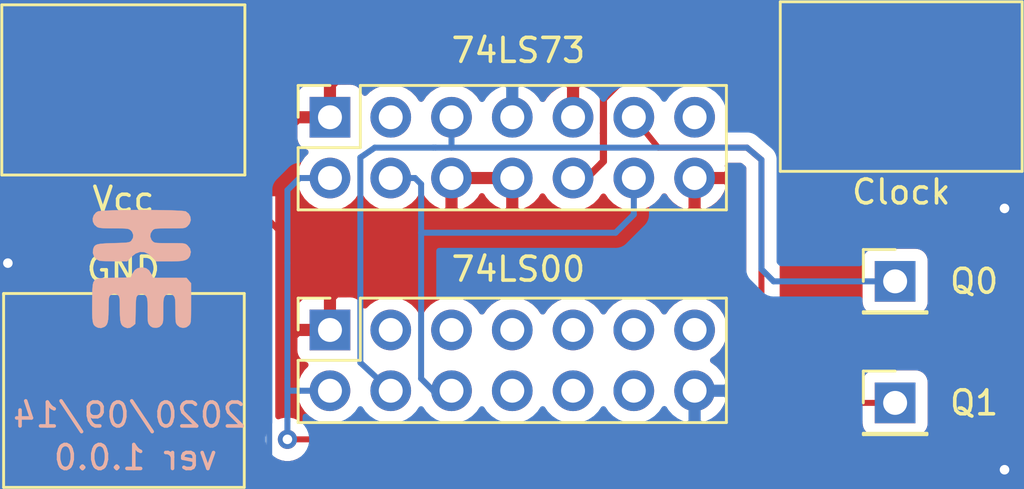
<source format=kicad_pcb>
(kicad_pcb (version 20171130) (host pcbnew 5.1.6)

  (general
    (thickness 1.6)
    (drawings 6)
    (tracks 87)
    (zones 0)
    (modules 8)
    (nets 9)
  )

  (page A4)
  (layers
    (0 F.Cu signal hide)
    (31 B.Cu signal hide)
    (32 B.Adhes user)
    (33 F.Adhes user)
    (34 B.Paste user)
    (35 F.Paste user)
    (36 B.SilkS user)
    (37 F.SilkS user)
    (38 B.Mask user)
    (39 F.Mask user)
    (40 Dwgs.User user)
    (41 Cmts.User user)
    (42 Eco1.User user)
    (43 Eco2.User user)
    (44 Edge.Cuts user)
    (45 Margin user)
    (46 B.CrtYd user)
    (47 F.CrtYd user)
    (48 B.Fab user)
    (49 F.Fab user)
  )

  (setup
    (last_trace_width 0.25)
    (trace_clearance 0.2)
    (zone_clearance 0.508)
    (zone_45_only no)
    (trace_min 0.2)
    (via_size 0.8)
    (via_drill 0.4)
    (via_min_size 0.4)
    (via_min_drill 0.3)
    (uvia_size 0.3)
    (uvia_drill 0.1)
    (uvias_allowed no)
    (uvia_min_size 0.2)
    (uvia_min_drill 0.1)
    (edge_width 0.05)
    (segment_width 0.2)
    (pcb_text_width 0.3)
    (pcb_text_size 1.5 1.5)
    (mod_edge_width 0.12)
    (mod_text_size 1 1)
    (mod_text_width 0.15)
    (pad_size 1.524 1.524)
    (pad_drill 0.762)
    (pad_to_mask_clearance 0.05)
    (aux_axis_origin 0 0)
    (visible_elements FFFFFF7F)
    (pcbplotparams
      (layerselection 0x010fc_ffffffff)
      (usegerberextensions false)
      (usegerberattributes true)
      (usegerberadvancedattributes true)
      (creategerberjobfile true)
      (excludeedgelayer true)
      (linewidth 0.100000)
      (plotframeref false)
      (viasonmask false)
      (mode 1)
      (useauxorigin false)
      (hpglpennumber 1)
      (hpglpenspeed 20)
      (hpglpendiameter 15.000000)
      (psnegative false)
      (psa4output false)
      (plotreference true)
      (plotvalue true)
      (plotinvisibletext false)
      (padsonsilk false)
      (subtractmaskfromsilk false)
      (outputformat 1)
      (mirror false)
      (drillshape 1)
      (scaleselection 1)
      (outputdirectory ""))
  )

  (net 0 "")
  (net 1 VCC)
  (net 2 GND)
  (net 3 CK)
  (net 4 "Net-(J3-Pad1)")
  (net 5 "Net-(J4-Pad1)")
  (net 6 "Net-(U1-Pad2)")
  (net 7 "Net-(U1-Pad8)")
  (net 8 "Net-(U1-Pad13)")

  (net_class Default "This is the default net class."
    (clearance 0.2)
    (trace_width 0.25)
    (via_dia 0.8)
    (via_drill 0.4)
    (uvia_dia 0.3)
    (uvia_drill 0.1)
    (add_net CK)
    (add_net GND)
    (add_net "Net-(J3-Pad1)")
    (add_net "Net-(J4-Pad1)")
    (add_net "Net-(U1-Pad13)")
    (add_net "Net-(U1-Pad2)")
    (add_net "Net-(U1-Pad8)")
    (add_net VCC)
  )

  (module myFootprint:cit_logo (layer F.Cu) (tedit 5F5F050C) (tstamp 5F5FFB3C)
    (at 56.642 135.128)
    (fp_text reference G*** (at 0 0) (layer F.SilkS) hide
      (effects (font (size 1.524 1.524) (thickness 0.3)))
    )
    (fp_text value LOGO (at 0.75 0) (layer F.SilkS) hide
      (effects (font (size 1.524 1.524) (thickness 0.3)))
    )
    (fp_poly (pts (xy 0.185087 -0.042522) (xy 0.312408 0.048239) (xy 0.407017 0.203014) (xy 0.41278 0.217035)
      (xy 0.471127 0.362857) (xy 1.880406 0.362857) (xy 1.974346 0.474498) (xy 2.068286 0.58614)
      (xy 2.068286 1.415904) (xy 2.068101 1.681963) (xy 2.066934 1.885294) (xy 2.063867 2.035738)
      (xy 2.057981 2.143136) (xy 2.048357 2.217332) (xy 2.034077 2.268167) (xy 2.014223 2.305483)
      (xy 1.987875 2.339123) (xy 1.981423 2.346652) (xy 1.867121 2.429569) (xy 1.731842 2.454445)
      (xy 1.598177 2.421281) (xy 1.502006 2.346652) (xy 1.467809 2.303176) (xy 1.443999 2.256873)
      (xy 1.428703 2.194363) (xy 1.420047 2.10227) (xy 1.416157 1.967216) (xy 1.41516 1.775824)
      (xy 1.415143 1.726442) (xy 1.414249 1.518894) (xy 1.410484 1.370617) (xy 1.402223 1.26832)
      (xy 1.387839 1.198715) (xy 1.365707 1.148511) (xy 1.339938 1.111608) (xy 1.239302 1.031544)
      (xy 1.127025 1.018301) (xy 1.01978 1.071878) (xy 0.982348 1.111608) (xy 0.952451 1.155786)
      (xy 0.931668 1.208201) (xy 0.918373 1.282142) (xy 0.91094 1.390901) (xy 0.907743 1.547767)
      (xy 0.907143 1.726442) (xy 0.906521 1.931579) (xy 0.903405 2.077526) (xy 0.895923 2.177658)
      (xy 0.8822 2.245355) (xy 0.860363 2.293993) (xy 0.828538 2.336949) (xy 0.82028 2.346652)
      (xy 0.741739 2.4167) (xy 0.647585 2.444695) (xy 0.580572 2.447636) (xy 0.464157 2.435554)
      (xy 0.381962 2.389256) (xy 0.340863 2.346652) (xy 0.306666 2.303176) (xy 0.282856 2.256873)
      (xy 0.26756 2.194363) (xy 0.258904 2.10227) (xy 0.255014 1.967216) (xy 0.254017 1.775824)
      (xy 0.254 1.726442) (xy 0.253106 1.518894) (xy 0.249342 1.370617) (xy 0.24108 1.26832)
      (xy 0.226696 1.198715) (xy 0.204564 1.148511) (xy 0.178795 1.111608) (xy 0.080155 1.032858)
      (xy -0.032248 1.024149) (xy -0.150194 1.085284) (xy -0.182737 1.114852) (xy -0.206117 1.150501)
      (xy -0.222171 1.204216) (xy -0.232739 1.287982) (xy -0.23966 1.413784) (xy -0.244773 1.593605)
      (xy -0.247467 1.719194) (xy -0.259077 2.283821) (xy -0.368179 2.375625) (xy -0.482996 2.449483)
      (xy -0.593381 2.46163) (xy -0.708585 2.424079) (xy -0.780973 2.380979) (xy -0.833832 2.320185)
      (xy -0.870019 2.230852) (xy -0.892393 2.102137) (xy -0.903813 1.923199) (xy -0.907138 1.683194)
      (xy -0.907143 1.670945) (xy -0.908025 1.466222) (xy -0.911737 1.321217) (xy -0.919881 1.22309)
      (xy -0.934056 1.158998) (xy -0.955862 1.116099) (xy -0.979714 1.088571) (xy -1.066158 1.033674)
      (xy -1.143 1.016) (xy -1.236859 1.041237) (xy -1.306286 1.088571) (xy -1.335975 1.124798)
      (xy -1.356317 1.172441) (xy -1.369038 1.244768) (xy -1.375868 1.355044) (xy -1.378536 1.516535)
      (xy -1.378857 1.645585) (xy -1.382404 1.895285) (xy -1.394701 2.083079) (xy -1.41823 2.219365)
      (xy -1.455475 2.314538) (xy -1.508919 2.378994) (xy -1.562418 2.414103) (xy -1.692918 2.460651)
      (xy -1.811947 2.448515) (xy -1.890919 2.413013) (xy -1.94653 2.376975) (xy -1.989465 2.330752)
      (xy -2.021155 2.265399) (xy -2.043033 2.171966) (xy -2.056531 2.041509) (xy -2.063082 1.865078)
      (xy -2.064119 1.633727) (xy -2.061223 1.349282) (xy -2.058512 1.059855) (xy -2.054399 0.834575)
      (xy -2.041493 0.665265) (xy -2.012406 0.54375) (xy -1.959747 0.461852) (xy -1.876127 0.411395)
      (xy -1.754156 0.384203) (xy -1.586443 0.372098) (xy -1.3656 0.366904) (xy -1.169723 0.362857)
      (xy -0.454404 0.344714) (xy -0.379538 0.186555) (xy -0.286142 0.041996) (xy -0.165269 -0.040601)
      (xy -0.002123 -0.070732) (xy 0.022321 -0.071286) (xy 0.185087 -0.042522)) (layer B.SilkS) (width 0.01))
    (fp_poly (pts (xy 0.302321 -2.473675) (xy 0.617953 -2.471136) (xy 0.916606 -2.466696) (xy 1.18936 -2.46035)
      (xy 1.427297 -2.452098) (xy 1.621498 -2.441936) (xy 1.763042 -2.429863) (xy 1.843012 -2.415875)
      (xy 1.851759 -2.412386) (xy 1.974201 -2.313389) (xy 2.041681 -2.182699) (xy 2.052239 -2.038199)
      (xy 2.003913 -1.89777) (xy 1.919125 -1.79833) (xy 1.877298 -1.764875) (xy 1.835548 -1.740603)
      (xy 1.782073 -1.724041) (xy 1.70507 -1.713716) (xy 1.592738 -1.708155) (xy 1.433274 -1.705884)
      (xy 1.214877 -1.705431) (xy 1.174853 -1.705428) (xy 0.946241 -1.705116) (xy 0.778734 -1.703238)
      (xy 0.660868 -1.69838) (xy 0.581175 -1.689132) (xy 0.52819 -1.674079) (xy 0.490448 -1.651809)
      (xy 0.456482 -1.620911) (xy 0.451922 -1.616364) (xy 0.376885 -1.495077) (xy 0.363511 -1.357812)
      (xy 0.4118 -1.226857) (xy 0.451922 -1.177636) (xy 0.486223 -1.145558) (xy 0.522865 -1.122285)
      (xy 0.573313 -1.106406) (xy 0.649034 -1.096508) (xy 0.761492 -1.091178) (xy 0.922155 -1.089004)
      (xy 1.142488 -1.088573) (xy 1.174853 -1.088571) (xy 1.403476 -1.088268) (xy 1.571331 -1.086377)
      (xy 1.690218 -1.081424) (xy 1.77194 -1.071937) (xy 1.8283 -1.056442) (xy 1.871098 -1.033466)
      (xy 1.912138 -1.001535) (xy 1.919125 -0.99567) (xy 2.021147 -0.868439) (xy 2.057481 -0.721233)
      (xy 2.025211 -0.567794) (xy 2.014659 -0.545835) (xy 1.965086 -0.469587) (xy 1.899258 -0.412809)
      (xy 1.806738 -0.372831) (xy 1.677089 -0.346978) (xy 1.499871 -0.332579) (xy 1.264648 -0.32696)
      (xy 1.158374 -0.326571) (xy 0.608989 -0.326571) (xy 0.458709 -0.488317) (xy 0.284469 -0.638327)
      (xy 0.108129 -0.715816) (xy -0.069946 -0.720792) (xy -0.249395 -0.653263) (xy -0.429853 -0.513238)
      (xy -0.475212 -0.466767) (xy -0.605709 -0.326571) (xy -1.146497 -0.330781) (xy -1.342679 -0.333414)
      (xy -1.517341 -0.337816) (xy -1.655547 -0.343457) (xy -1.742363 -0.349807) (xy -1.759857 -0.352546)
      (xy -1.88727 -0.417628) (xy -1.982225 -0.531254) (xy -2.032663 -0.67232) (xy -2.02662 -0.81938)
      (xy -2.000854 -0.90123) (xy -1.96651 -0.963243) (xy -1.913797 -1.00852) (xy -1.832923 -1.040162)
      (xy -1.714094 -1.061268) (xy -1.547519 -1.07494) (xy -1.323405 -1.084279) (xy -1.176465 -1.088571)
      (xy -0.939976 -1.095478) (xy -0.765027 -1.102427) (xy -0.640599 -1.110876) (xy -0.555675 -1.122286)
      (xy -0.499236 -1.138113) (xy -0.460265 -1.159819) (xy -0.429049 -1.187551) (xy -0.358778 -1.304093)
      (xy -0.348485 -1.4367) (xy -0.397135 -1.562147) (xy -0.448337 -1.619417) (xy -0.488456 -1.651241)
      (xy -0.531278 -1.674064) (xy -0.588934 -1.689378) (xy -0.673553 -1.698676) (xy -0.797266 -1.703454)
      (xy -0.972203 -1.705204) (xy -1.146825 -1.705429) (xy -1.389589 -1.707053) (xy -1.57061 -1.712487)
      (xy -1.700652 -1.722566) (xy -1.790483 -1.738128) (xy -1.850869 -1.760012) (xy -1.851297 -1.760233)
      (xy -1.96811 -1.855763) (xy -2.031175 -1.981798) (xy -2.041048 -2.1207) (xy -1.998285 -2.25483)
      (xy -1.903443 -2.366552) (xy -1.830763 -2.411358) (xy -1.763682 -2.425823) (xy -1.633307 -2.438409)
      (xy -1.448558 -2.449113) (xy -1.218354 -2.457932) (xy -0.951614 -2.464865) (xy -0.657257 -2.469907)
      (xy -0.344203 -2.473058) (xy -0.02137 -2.474315) (xy 0.302321 -2.473675)) (layer B.SilkS) (width 0.01))
  )

  (module Connector_Pin:Pin_D1.4mm_L8.5mm_W2.8mm_FlatFork (layer F.Cu) (tedit 5F5EF433) (tstamp 5F5FD79E)
    (at 88.392 127.508)
    (descr "solder Pin_ with flat with fork, hole diameter 1.4mm, length 8.5mm, width 2.8mm, e.g. Ettinger 13.13.890, https://katalog.ettinger.de/#p=434")
    (tags "solder Pin_ with flat fork")
    (path /5F75DF30)
    (fp_text reference Clock (at 0 4.3942) (layer F.SilkS)
      (effects (font (size 1 1) (thickness 0.15)))
    )
    (fp_text value Conn_01x01_Male (at -1.778 -2.54) (layer F.Fab)
      (effects (font (size 1 1) (thickness 0.15)))
    )
    (fp_text user %R (at 0 4.3942) (layer F.Fab)
      (effects (font (size 1 1) (thickness 0.15)))
    )
    (fp_line (start -5.0546 -3.556) (end -5.0546 3.5306) (layer F.SilkS) (width 0.12))
    (fp_line (start -5.0546 3.5306) (end 5.0546 3.5306) (layer F.SilkS) (width 0.12))
    (fp_line (start 5.0546 3.5306) (end 5.0546 -3.556) (layer F.SilkS) (width 0.12))
    (fp_line (start 5.0546 -3.556) (end -5.0546 -3.556) (layer F.SilkS) (width 0.12))
    (pad 1 connect rect (at 0 0) (size 10 7) (layers F.Cu F.Mask)
      (net 3 CK))
    (model ${KISYS3DMOD}/Connector_Pin.3dshapes/Pin_D1.4mm_L8.5mm_W2.8mm_FlatFork.wrl
      (at (xyz 0 0 0))
      (scale (xyz 1 1 1))
      (rotate (xyz 0 0 0))
    )
  )

  (module Connector_Pin:Pin_D1.4mm_L8.5mm_W2.8mm_FlatFork (layer F.Cu) (tedit 5F5EF175) (tstamp 5F5FD7C0)
    (at 55.88 140.208)
    (descr "solder Pin_ with flat with fork, hole diameter 1.4mm, length 8.5mm, width 2.8mm, e.g. Ettinger 13.13.890, https://katalog.ettinger.de/#p=434")
    (tags "solder Pin_ with flat fork")
    (path /5F8BA1CD)
    (fp_text reference GND (at 0 -5.08) (layer F.SilkS)
      (effects (font (size 1 1) (thickness 0.15)))
    )
    (fp_text value Conn_01x01_Male (at 1.778 -4.826) (layer F.Fab)
      (effects (font (size 1 1) (thickness 0.15)))
    )
    (fp_text user %R (at 0 -5.08) (layer F.Fab)
      (effects (font (size 1 1) (thickness 0.15)))
    )
    (fp_line (start -5.0038 -4.0132) (end -5.0038 4.0386) (layer F.SilkS) (width 0.12))
    (fp_line (start -5.0038 4.0386) (end 5.0546 4.0386) (layer F.SilkS) (width 0.12))
    (fp_line (start 5.0546 4.0386) (end 5.0546 -4.064) (layer F.SilkS) (width 0.12))
    (fp_line (start 5.0546 -4.064) (end -5.0038 -4.064) (layer F.SilkS) (width 0.12))
    (fp_line (start -5.0038 -4.064) (end -5.0038 -4.0132) (layer F.SilkS) (width 0.12))
    (pad 1 connect rect (at 0 0) (size 10 8) (layers F.Cu F.Mask)
      (net 2 GND))
    (model ${KISYS3DMOD}/Connector_Pin.3dshapes/Pin_D1.4mm_L8.5mm_W2.8mm_FlatFork.wrl
      (at (xyz 0 0 0))
      (scale (xyz 1 1 1))
      (rotate (xyz 0 0 0))
    )
  )

  (module Connector_Pin:Pin_D1.4mm_L8.5mm_W2.8mm_FlatFork (layer F.Cu) (tedit 5F5EF0D0) (tstamp 5F5FD79D)
    (at 55.88 127.508)
    (descr "solder Pin_ with flat with fork, hole diameter 1.4mm, length 8.5mm, width 2.8mm, e.g. Ettinger 13.13.890, https://katalog.ettinger.de/#p=434")
    (tags "solder Pin_ with flat fork")
    (path /5F8B9F46)
    (fp_text reference Vcc (at 0 4.699) (layer F.SilkS)
      (effects (font (size 1 1) (thickness 0.15)))
    )
    (fp_text value Conn_01x01_Male (at 1.778 4.826) (layer F.Fab)
      (effects (font (size 1 1) (thickness 0.15)))
    )
    (fp_text user %R (at 0 4.699) (layer F.Fab)
      (effects (font (size 1 1) (thickness 0.15)))
    )
    (fp_line (start -5.08 -3.429) (end 5.08 -3.429) (layer F.SilkS) (width 0.12))
    (fp_line (start 5.08 -3.429) (end 5.08 3.683) (layer F.SilkS) (width 0.12))
    (fp_line (start -5.08 -3.429) (end -5.08 3.683) (layer F.SilkS) (width 0.12))
    (fp_line (start -5.08 3.683) (end 5.08 3.683) (layer F.SilkS) (width 0.12))
    (pad 1 connect rect (at 0 0.127) (size 10 7) (layers F.Cu F.Mask)
      (net 1 VCC))
    (model ${KISYS3DMOD}/Connector_Pin.3dshapes/Pin_D1.4mm_L8.5mm_W2.8mm_FlatFork.wrl
      (at (xyz 0 0 0))
      (scale (xyz 1 1 1))
      (rotate (xyz 0 0 0))
    )
  )

  (module Connector_PinSocket_2.54mm:PinSocket_2x07_P2.54mm_Vertical (layer F.Cu) (tedit 5F5EE6F9) (tstamp 5F5FEE6F)
    (at 64.516 137.668 90)
    (descr "Through hole straight socket strip, 2x07, 2.54mm pitch, double cols (from Kicad 4.0.7), script generated")
    (tags "Through hole socket strip THT 2x07 2.54mm double row")
    (path /5F7F2A3E)
    (fp_text reference 74LS00 (at 2.54 7.874 180) (layer F.SilkS)
      (effects (font (size 1 1) (thickness 0.15)))
    )
    (fp_text value 74LS00 (at -1.27 18.01 90) (layer F.Fab)
      (effects (font (size 1 1) (thickness 0.15)))
    )
    (fp_line (start -4.34 17) (end -4.34 -1.8) (layer F.CrtYd) (width 0.05))
    (fp_line (start 1.76 17) (end -4.34 17) (layer F.CrtYd) (width 0.05))
    (fp_line (start 1.76 -1.8) (end 1.76 17) (layer F.CrtYd) (width 0.05))
    (fp_line (start -4.34 -1.8) (end 1.76 -1.8) (layer F.CrtYd) (width 0.05))
    (fp_line (start 0 -1.33) (end 1.33 -1.33) (layer F.SilkS) (width 0.12))
    (fp_line (start 1.33 -1.33) (end 1.33 0) (layer F.SilkS) (width 0.12))
    (fp_line (start -1.27 -1.33) (end -1.27 1.27) (layer F.SilkS) (width 0.12))
    (fp_line (start -1.27 1.27) (end 1.33 1.27) (layer F.SilkS) (width 0.12))
    (fp_line (start 1.33 1.27) (end 1.33 16.57) (layer F.SilkS) (width 0.12))
    (fp_line (start -3.87 16.57) (end 1.33 16.57) (layer F.SilkS) (width 0.12))
    (fp_line (start -3.87 -1.33) (end -3.87 16.57) (layer F.SilkS) (width 0.12))
    (fp_line (start -3.87 -1.33) (end -1.27 -1.33) (layer F.SilkS) (width 0.12))
    (fp_line (start -3.81 16.51) (end -3.81 -1.27) (layer F.Fab) (width 0.1))
    (fp_line (start 1.27 16.51) (end -3.81 16.51) (layer F.Fab) (width 0.1))
    (fp_line (start 1.27 -0.27) (end 1.27 16.51) (layer F.Fab) (width 0.1))
    (fp_line (start 0.27 -1.27) (end 1.27 -0.27) (layer F.Fab) (width 0.1))
    (fp_line (start -3.81 -1.27) (end 0.27 -1.27) (layer F.Fab) (width 0.1))
    (fp_text user %R (at -1.27 7.62) (layer F.Fab)
      (effects (font (size 1 1) (thickness 0.15)))
    )
    (pad 7 thru_hole oval (at -2.54 15.24 90) (size 1.7 1.7) (drill 1) (layers *.Cu *.Mask)
      (net 2 GND))
    (pad 8 thru_hole oval (at 0 15.24 90) (size 1.7 1.7) (drill 1) (layers *.Cu *.Mask))
    (pad 6 thru_hole oval (at -2.54 12.7 90) (size 1.7 1.7) (drill 1) (layers *.Cu *.Mask))
    (pad 9 thru_hole oval (at 0 12.7 90) (size 1.7 1.7) (drill 1) (layers *.Cu *.Mask))
    (pad 5 thru_hole oval (at -2.54 10.16 90) (size 1.7 1.7) (drill 1) (layers *.Cu *.Mask))
    (pad 10 thru_hole oval (at 0 10.16 90) (size 1.7 1.7) (drill 1) (layers *.Cu *.Mask))
    (pad 4 thru_hole oval (at -2.54 7.62 90) (size 1.7 1.7) (drill 1) (layers *.Cu *.Mask))
    (pad 11 thru_hole oval (at 0 7.62 90) (size 1.7 1.7) (drill 1) (layers *.Cu *.Mask))
    (pad 3 thru_hole oval (at -2.54 5.08 90) (size 1.7 1.7) (drill 1) (layers *.Cu *.Mask)
      (net 6 "Net-(U1-Pad2)"))
    (pad 12 thru_hole oval (at 0 5.08 90) (size 1.7 1.7) (drill 1) (layers *.Cu *.Mask))
    (pad 2 thru_hole oval (at -2.54 2.54 90) (size 1.7 1.7) (drill 1) (layers *.Cu *.Mask)
      (net 5 "Net-(J4-Pad1)"))
    (pad 13 thru_hole oval (at 0 2.54 90) (size 1.7 1.7) (drill 1) (layers *.Cu *.Mask))
    (pad 1 thru_hole oval (at -2.54 0 90) (size 1.7 1.7) (drill 1) (layers *.Cu *.Mask)
      (net 4 "Net-(J3-Pad1)"))
    (pad 14 thru_hole rect (at 0 0 90) (size 1.7 1.7) (drill 1) (layers *.Cu *.Mask)
      (net 1 VCC))
    (model ${KISYS3DMOD}/Connector_PinSocket_2.54mm.3dshapes/PinSocket_2x07_P2.54mm_Vertical.wrl
      (at (xyz 0 0 0))
      (scale (xyz 1 1 1))
      (rotate (xyz 0 0 0))
    )
  )

  (module Connector_PinSocket_2.54mm:PinSocket_2x07_P2.54mm_Vertical (layer F.Cu) (tedit 5F5EE6BB) (tstamp 5F5FF79A)
    (at 64.516 128.778 90)
    (descr "Through hole straight socket strip, 2x07, 2.54mm pitch, double cols (from Kicad 4.0.7), script generated")
    (tags "Through hole socket strip THT 2x07 2.54mm double row")
    (path /5F60DCD7)
    (fp_text reference 74LS73 (at 2.794 7.874 180) (layer F.SilkS)
      (effects (font (size 1 1) (thickness 0.15)))
    )
    (fp_text value 74LS73 (at -1.27 18.01 90) (layer F.Fab)
      (effects (font (size 1 1) (thickness 0.15)))
    )
    (fp_line (start -3.81 -1.27) (end 0.27 -1.27) (layer F.Fab) (width 0.1))
    (fp_line (start 0.27 -1.27) (end 1.27 -0.27) (layer F.Fab) (width 0.1))
    (fp_line (start 1.27 -0.27) (end 1.27 16.51) (layer F.Fab) (width 0.1))
    (fp_line (start 1.27 16.51) (end -3.81 16.51) (layer F.Fab) (width 0.1))
    (fp_line (start -3.81 16.51) (end -3.81 -1.27) (layer F.Fab) (width 0.1))
    (fp_line (start -3.87 -1.33) (end -1.27 -1.33) (layer F.SilkS) (width 0.12))
    (fp_line (start -3.87 -1.33) (end -3.87 16.57) (layer F.SilkS) (width 0.12))
    (fp_line (start -3.87 16.57) (end 1.33 16.57) (layer F.SilkS) (width 0.12))
    (fp_line (start 1.33 1.27) (end 1.33 16.57) (layer F.SilkS) (width 0.12))
    (fp_line (start -1.27 1.27) (end 1.33 1.27) (layer F.SilkS) (width 0.12))
    (fp_line (start -1.27 -1.33) (end -1.27 1.27) (layer F.SilkS) (width 0.12))
    (fp_line (start 1.33 -1.33) (end 1.33 0) (layer F.SilkS) (width 0.12))
    (fp_line (start 0 -1.33) (end 1.33 -1.33) (layer F.SilkS) (width 0.12))
    (fp_line (start -4.34 -1.8) (end 1.76 -1.8) (layer F.CrtYd) (width 0.05))
    (fp_line (start 1.76 -1.8) (end 1.76 17) (layer F.CrtYd) (width 0.05))
    (fp_line (start 1.76 17) (end -4.34 17) (layer F.CrtYd) (width 0.05))
    (fp_line (start -4.34 17) (end -4.34 -1.8) (layer F.CrtYd) (width 0.05))
    (fp_text user %R (at -1.27 7.62) (layer F.Fab)
      (effects (font (size 1 1) (thickness 0.15)))
    )
    (pad 14 thru_hole rect (at 0 0 90) (size 1.7 1.7) (drill 1) (layers *.Cu *.Mask)
      (net 1 VCC))
    (pad 1 thru_hole oval (at -2.54 0 90) (size 1.7 1.7) (drill 1) (layers *.Cu *.Mask)
      (net 4 "Net-(J3-Pad1)"))
    (pad 13 thru_hole oval (at 0 2.54 90) (size 1.7 1.7) (drill 1) (layers *.Cu *.Mask)
      (net 8 "Net-(U1-Pad13)"))
    (pad 2 thru_hole oval (at -2.54 2.54 90) (size 1.7 1.7) (drill 1) (layers *.Cu *.Mask)
      (net 6 "Net-(U1-Pad2)"))
    (pad 12 thru_hole oval (at 0 5.08 90) (size 1.7 1.7) (drill 1) (layers *.Cu *.Mask)
      (net 5 "Net-(J4-Pad1)"))
    (pad 3 thru_hole oval (at -2.54 5.08 90) (size 1.7 1.7) (drill 1) (layers *.Cu *.Mask)
      (net 1 VCC))
    (pad 11 thru_hole oval (at 0 7.62 90) (size 1.7 1.7) (drill 1) (layers *.Cu *.Mask)
      (net 2 GND))
    (pad 4 thru_hole oval (at -2.54 7.62 90) (size 1.7 1.7) (drill 1) (layers *.Cu *.Mask)
      (net 1 VCC))
    (pad 10 thru_hole oval (at 0 10.16 90) (size 1.7 1.7) (drill 1) (layers *.Cu *.Mask)
      (net 1 VCC))
    (pad 5 thru_hole oval (at -2.54 10.16 90) (size 1.7 1.7) (drill 1) (layers *.Cu *.Mask)
      (net 3 CK))
    (pad 9 thru_hole oval (at 0 12.7 90) (size 1.7 1.7) (drill 1) (layers *.Cu *.Mask)
      (net 4 "Net-(J3-Pad1)"))
    (pad 6 thru_hole oval (at -2.54 12.7 90) (size 1.7 1.7) (drill 1) (layers *.Cu *.Mask)
      (net 6 "Net-(U1-Pad2)"))
    (pad 8 thru_hole oval (at 0 15.24 90) (size 1.7 1.7) (drill 1) (layers *.Cu *.Mask)
      (net 7 "Net-(U1-Pad8)"))
    (pad 7 thru_hole oval (at -2.54 15.24 90) (size 1.7 1.7) (drill 1) (layers *.Cu *.Mask)
      (net 1 VCC))
    (model ${KISYS3DMOD}/Connector_PinSocket_2.54mm.3dshapes/PinSocket_2x07_P2.54mm_Vertical.wrl
      (at (xyz 0 0 0))
      (scale (xyz 1 1 1))
      (rotate (xyz 0 0 0))
    )
  )

  (module Connector_PinHeader_2.54mm:PinHeader_1x01_P2.54mm_Vertical (layer F.Cu) (tedit 59FED5CC) (tstamp 5F5FC856)
    (at 88.138 140.716)
    (descr "Through hole straight pin header, 1x01, 2.54mm pitch, single row")
    (tags "Through hole pin header THT 1x01 2.54mm single row")
    (path /5F89873A)
    (fp_text reference Q1 (at 3.302 0) (layer F.SilkS)
      (effects (font (size 1 1) (thickness 0.15)))
    )
    (fp_text value Conn_01x01_Male (at -4.064 2.54) (layer F.Fab)
      (effects (font (size 1 1) (thickness 0.15)))
    )
    (fp_line (start 1.8 -1.8) (end -1.8 -1.8) (layer F.CrtYd) (width 0.05))
    (fp_line (start 1.8 1.8) (end 1.8 -1.8) (layer F.CrtYd) (width 0.05))
    (fp_line (start -1.8 1.8) (end 1.8 1.8) (layer F.CrtYd) (width 0.05))
    (fp_line (start -1.8 -1.8) (end -1.8 1.8) (layer F.CrtYd) (width 0.05))
    (fp_line (start -1.33 -1.33) (end 0 -1.33) (layer F.SilkS) (width 0.12))
    (fp_line (start -1.33 0) (end -1.33 -1.33) (layer F.SilkS) (width 0.12))
    (fp_line (start -1.33 1.27) (end 1.33 1.27) (layer F.SilkS) (width 0.12))
    (fp_line (start 1.33 1.27) (end 1.33 1.33) (layer F.SilkS) (width 0.12))
    (fp_line (start -1.33 1.27) (end -1.33 1.33) (layer F.SilkS) (width 0.12))
    (fp_line (start -1.33 1.33) (end 1.33 1.33) (layer F.SilkS) (width 0.12))
    (fp_line (start -1.27 -0.635) (end -0.635 -1.27) (layer F.Fab) (width 0.1))
    (fp_line (start -1.27 1.27) (end -1.27 -0.635) (layer F.Fab) (width 0.1))
    (fp_line (start 1.27 1.27) (end -1.27 1.27) (layer F.Fab) (width 0.1))
    (fp_line (start 1.27 -1.27) (end 1.27 1.27) (layer F.Fab) (width 0.1))
    (fp_line (start -0.635 -1.27) (end 1.27 -1.27) (layer F.Fab) (width 0.1))
    (fp_text user %R (at 0 0 90) (layer F.Fab)
      (effects (font (size 1 1) (thickness 0.15)))
    )
    (pad 1 thru_hole rect (at 0 0) (size 1.7 1.7) (drill 1) (layers *.Cu *.Mask)
      (net 4 "Net-(J3-Pad1)"))
    (model ${KISYS3DMOD}/Connector_PinHeader_2.54mm.3dshapes/PinHeader_1x01_P2.54mm_Vertical.wrl
      (at (xyz 0 0 0))
      (scale (xyz 1 1 1))
      (rotate (xyz 0 0 0))
    )
  )

  (module Connector_PinHeader_2.54mm:PinHeader_1x01_P2.54mm_Vertical (layer F.Cu) (tedit 59FED5CC) (tstamp 5F5FE897)
    (at 88.138 135.636)
    (descr "Through hole straight pin header, 1x01, 2.54mm pitch, single row")
    (tags "Through hole pin header THT 1x01 2.54mm single row")
    (path /5F89D92E)
    (fp_text reference Q0 (at 3.302 0) (layer F.SilkS)
      (effects (font (size 1 1) (thickness 0.15)))
    )
    (fp_text value Conn_01x01_Male (at -4.064 2.33) (layer F.Fab)
      (effects (font (size 1 1) (thickness 0.15)))
    )
    (fp_line (start -0.635 -1.27) (end 1.27 -1.27) (layer F.Fab) (width 0.1))
    (fp_line (start 1.27 -1.27) (end 1.27 1.27) (layer F.Fab) (width 0.1))
    (fp_line (start 1.27 1.27) (end -1.27 1.27) (layer F.Fab) (width 0.1))
    (fp_line (start -1.27 1.27) (end -1.27 -0.635) (layer F.Fab) (width 0.1))
    (fp_line (start -1.27 -0.635) (end -0.635 -1.27) (layer F.Fab) (width 0.1))
    (fp_line (start -1.33 1.33) (end 1.33 1.33) (layer F.SilkS) (width 0.12))
    (fp_line (start -1.33 1.27) (end -1.33 1.33) (layer F.SilkS) (width 0.12))
    (fp_line (start 1.33 1.27) (end 1.33 1.33) (layer F.SilkS) (width 0.12))
    (fp_line (start -1.33 1.27) (end 1.33 1.27) (layer F.SilkS) (width 0.12))
    (fp_line (start -1.33 0) (end -1.33 -1.33) (layer F.SilkS) (width 0.12))
    (fp_line (start -1.33 -1.33) (end 0 -1.33) (layer F.SilkS) (width 0.12))
    (fp_line (start -1.8 -1.8) (end -1.8 1.8) (layer F.CrtYd) (width 0.05))
    (fp_line (start -1.8 1.8) (end 1.8 1.8) (layer F.CrtYd) (width 0.05))
    (fp_line (start 1.8 1.8) (end 1.8 -1.8) (layer F.CrtYd) (width 0.05))
    (fp_line (start 1.8 -1.8) (end -1.8 -1.8) (layer F.CrtYd) (width 0.05))
    (fp_text user %R (at 0 0 90) (layer F.Fab)
      (effects (font (size 1 1) (thickness 0.15)))
    )
    (pad 1 thru_hole rect (at 0 0) (size 1.7 1.7) (drill 1) (layers *.Cu *.Mask)
      (net 5 "Net-(J4-Pad1)"))
    (model ${KISYS3DMOD}/Connector_PinHeader_2.54mm.3dshapes/PinHeader_1x01_P2.54mm_Vertical.wrl
      (at (xyz 0 0 0))
      (scale (xyz 1 1 1))
      (rotate (xyz 0 0 0))
    )
  )

  (gr_text 2020/09/14 (at 56.134 141.224) (layer B.SilkS)
    (effects (font (size 1 1) (thickness 0.15)) (justify mirror))
  )
  (gr_text "ver 1.0.0" (at 56.388 143.002) (layer B.SilkS)
    (effects (font (size 1 1) (thickness 0.15)) (justify mirror))
  )
  (gr_line (start 50.8 144.272) (end 50.8 123.952) (layer Dwgs.User) (width 0.15) (tstamp 5F5FEA5B))
  (gr_line (start 93.472 144.272) (end 50.8 144.272) (layer Dwgs.User) (width 0.15))
  (gr_line (start 93.472 123.952) (end 93.472 144.272) (layer Dwgs.User) (width 0.15))
  (gr_line (start 50.8 123.952) (end 93.472 123.952) (layer Dwgs.User) (width 0.15))

  (segment (start 61.976 126.238) (end 62.738 125.476) (width 0.25) (layer F.Cu) (net 1))
  (segment (start 61.976 127.254) (end 61.976 126.238) (width 0.25) (layer F.Cu) (net 1))
  (segment (start 55.88 127.635) (end 61.595 127.635) (width 1.5) (layer F.Cu) (net 1))
  (segment (start 64.516 128.778) (end 64.516 125.476) (width 0.25) (layer F.Cu) (net 1))
  (segment (start 62.738 125.476) (end 64.516 125.476) (width 0.25) (layer F.Cu) (net 1))
  (segment (start 61.976 133.096) (end 61.976 127.254) (width 0.25) (layer F.Cu) (net 1))
  (segment (start 62.484 133.604) (end 61.976 133.096) (width 0.25) (layer F.Cu) (net 1))
  (segment (start 69.596 131.318) (end 69.596 132.842) (width 0.25) (layer F.Cu) (net 1))
  (segment (start 64.516 133.604) (end 64.516 137.668) (width 0.25) (layer F.Cu) (net 1))
  (segment (start 64.516 133.604) (end 62.484 133.604) (width 0.25) (layer F.Cu) (net 1))
  (segment (start 79.756 133.096) (end 79.756 131.318) (width 0.25) (layer F.Cu) (net 1))
  (segment (start 79.248 133.604) (end 79.756 133.096) (width 0.25) (layer F.Cu) (net 1))
  (segment (start 69.596 132.842) (end 69.596 133.604) (width 0.25) (layer F.Cu) (net 1))
  (segment (start 64.516 133.604) (end 69.596 133.604) (width 0.25) (layer F.Cu) (net 1))
  (segment (start 72.136 131.318) (end 72.136 133.604) (width 0.25) (layer F.Cu) (net 1))
  (segment (start 72.136 133.604) (end 79.248 133.604) (width 0.25) (layer F.Cu) (net 1))
  (segment (start 69.596 133.604) (end 72.136 133.604) (width 0.25) (layer F.Cu) (net 1))
  (segment (start 64.516 125.476) (end 74.168 125.476) (width 0.25) (layer F.Cu) (net 1))
  (segment (start 74.676 125.984) (end 74.676 128.778) (width 0.25) (layer F.Cu) (net 1))
  (segment (start 74.168 125.476) (end 74.676 125.984) (width 0.25) (layer F.Cu) (net 1))
  (segment (start 61.595 127.635) (end 61.976 127.635) (width 0.25) (layer F.Cu) (net 1))
  (segment (start 79.756 142.24) (end 79.756 140.208) (width 0.25) (layer B.Cu) (net 2))
  (segment (start 72.136 126.238) (end 72.136 128.778) (width 0.25) (layer B.Cu) (net 2))
  (segment (start 71.374 125.476) (end 72.136 126.238) (width 0.25) (layer B.Cu) (net 2))
  (segment (start 62.738 125.476) (end 71.374 125.476) (width 0.25) (layer B.Cu) (net 2))
  (segment (start 61.976 126.238) (end 62.738 125.476) (width 0.25) (layer B.Cu) (net 2))
  (segment (start 61.976 126.238) (end 61.976 143.51) (width 0.25) (layer B.Cu) (net 2))
  (segment (start 55.88 140.208) (end 55.88 142.494) (width 0.25) (layer B.Cu) (net 2))
  (segment (start 56.896 143.51) (end 61.976 143.51) (width 0.25) (layer B.Cu) (net 2))
  (segment (start 55.88 142.494) (end 56.896 143.51) (width 0.25) (layer B.Cu) (net 2))
  (segment (start 61.976 143.51) (end 78.994 143.51) (width 0.25) (layer B.Cu) (net 2))
  (segment (start 79.756 142.748) (end 79.756 142.24) (width 0.25) (layer B.Cu) (net 2))
  (segment (start 78.994 143.51) (end 79.756 142.748) (width 0.25) (layer B.Cu) (net 2))
  (via (at 92.71 143.51) (size 0.8) (drill 0.4) (layers F.Cu B.Cu) (net 2))
  (via (at 92.71 132.588) (size 0.8) (drill 0.4) (layers F.Cu B.Cu) (net 2))
  (via (at 51.054 134.874) (size 0.8) (drill 0.4) (layers F.Cu B.Cu) (net 2))
  (segment (start 75.248002 131.318) (end 74.676 131.318) (width 0.25) (layer F.Cu) (net 3))
  (segment (start 75.851001 130.715001) (end 75.248002 131.318) (width 0.3) (layer F.Cu) (net 3))
  (segment (start 88.392 127.508) (end 88.138 127.254) (width 0.25) (layer F.Cu) (net 3))
  (segment (start 75.946 128.016) (end 75.946 129.445001) (width 0.3) (layer F.Cu) (net 3))
  (segment (start 76.708 127.254) (end 75.946 128.016) (width 0.3) (layer F.Cu) (net 3))
  (segment (start 88.138 127.254) (end 76.708 127.254) (width 0.3) (layer F.Cu) (net 3))
  (segment (start 75.946 130.620002) (end 75.851001 130.715001) (width 0.3) (layer F.Cu) (net 3))
  (segment (start 75.946 129.445001) (end 75.946 130.620002) (width 0.3) (layer F.Cu) (net 3))
  (segment (start 64.516 140.208) (end 63.246 140.208) (width 0.25) (layer B.Cu) (net 4))
  (segment (start 62.738 139.7) (end 62.738 134.874) (width 0.25) (layer B.Cu) (net 4))
  (segment (start 63.246 131.318) (end 64.516 131.318) (width 0.25) (layer B.Cu) (net 4))
  (segment (start 62.738 131.826) (end 63.246 131.318) (width 0.25) (layer B.Cu) (net 4))
  (segment (start 83.058 140.716) (end 88.138 140.716) (width 0.25) (layer F.Cu) (net 4))
  (segment (start 82.55 130.556) (end 82.55 140.208) (width 0.25) (layer F.Cu) (net 4))
  (segment (start 81.947001 130.048) (end 82.55 130.556) (width 0.25) (layer F.Cu) (net 4))
  (segment (start 78.232 130.048) (end 81.947001 130.048) (width 0.25) (layer F.Cu) (net 4))
  (segment (start 77.216 128.778) (end 78.232 130.048) (width 0.25) (layer F.Cu) (net 4))
  (segment (start 62.738 134.874) (end 62.738 131.826) (width 0.25) (layer B.Cu) (net 4) (tstamp 5F5FF0D3))
  (segment (start 63.246 140.208) (end 62.738 140.208) (width 0.25) (layer B.Cu) (net 4))
  (segment (start 62.738 140.208) (end 62.738 141.478) (width 0.25) (layer B.Cu) (net 4))
  (segment (start 62.738 139.7) (end 62.738 140.208) (width 0.25) (layer B.Cu) (net 4))
  (segment (start 62.738 141.478) (end 62.738 142.24) (width 0.25) (layer B.Cu) (net 4))
  (segment (start 62.738 142.24) (end 62.738 142.24) (width 0.25) (layer B.Cu) (net 4) (tstamp 5F5FF0E1))
  (via (at 62.738 142.24) (size 0.8) (drill 0.4) (layers F.Cu B.Cu) (net 4))
  (segment (start 62.738 142.24) (end 81.788 142.24) (width 0.25) (layer F.Cu) (net 4))
  (segment (start 81.788 142.24) (end 82.55 141.478) (width 0.25) (layer F.Cu) (net 4))
  (segment (start 83.058 140.716) (end 82.55 140.716) (width 0.25) (layer F.Cu) (net 4))
  (segment (start 82.55 140.716) (end 82.55 140.208) (width 0.25) (layer F.Cu) (net 4))
  (segment (start 82.55 141.478) (end 82.55 140.716) (width 0.25) (layer F.Cu) (net 4))
  (segment (start 69.596 129.350002) (end 69.596 128.778) (width 0.25) (layer B.Cu) (net 5))
  (segment (start 66.388999 130.048) (end 68.834 130.048) (width 0.25) (layer B.Cu) (net 5))
  (segment (start 65.786 130.461001) (end 66.388999 130.048) (width 0.25) (layer B.Cu) (net 5))
  (segment (start 65.786 139.032999) (end 65.786 130.461001) (width 0.25) (layer B.Cu) (net 5))
  (segment (start 67.056 140.208) (end 65.786 139.032999) (width 0.25) (layer B.Cu) (net 5))
  (segment (start 68.928999 130.048) (end 68.834 130.048) (width 0.25) (layer B.Cu) (net 5))
  (segment (start 82.55 130.556) (end 81.947001 130.048) (width 0.25) (layer B.Cu) (net 5))
  (segment (start 82.55 135.128) (end 82.55 130.556) (width 0.25) (layer B.Cu) (net 5))
  (segment (start 83.058 135.636) (end 82.55 135.128) (width 0.25) (layer B.Cu) (net 5))
  (segment (start 88.138 135.636) (end 83.058 135.636) (width 0.25) (layer B.Cu) (net 5))
  (segment (start 69.596 128.778) (end 69.596 130.048) (width 0.25) (layer B.Cu) (net 5))
  (segment (start 69.596 130.048) (end 68.928999 130.048) (width 0.25) (layer B.Cu) (net 5))
  (segment (start 81.947001 130.048) (end 69.596 130.048) (width 0.25) (layer B.Cu) (net 5))
  (segment (start 69.596 140.208) (end 68.834 140.208) (width 0.25) (layer B.Cu) (net 6))
  (segment (start 68.834 140.208) (end 68.326 139.7) (width 0.25) (layer B.Cu) (net 6))
  (segment (start 68.072 131.318) (end 67.056 131.318) (width 0.25) (layer B.Cu) (net 6))
  (segment (start 68.326 131.572) (end 68.072 131.318) (width 0.25) (layer B.Cu) (net 6))
  (segment (start 77.216 131.318) (end 77.216 132.842) (width 0.25) (layer B.Cu) (net 6))
  (segment (start 76.454 133.604) (end 68.326 133.604) (width 0.25) (layer B.Cu) (net 6))
  (segment (start 77.216 132.842) (end 76.454 133.604) (width 0.25) (layer B.Cu) (net 6))
  (segment (start 68.326 133.604) (end 68.326 131.572) (width 0.25) (layer B.Cu) (net 6))
  (segment (start 68.326 139.7) (end 68.326 133.604) (width 0.25) (layer B.Cu) (net 6))

  (zone (net 2) (net_name GND) (layer F.Cu) (tstamp 0) (hatch edge 0.508)
    (connect_pads (clearance 0.508))
    (min_thickness 0.254)
    (fill yes (arc_segments 32) (thermal_gap 0.508) (thermal_bridge_width 0.508))
    (polygon
      (pts
        (xy 93.726 144.526) (xy 50.546 144.526) (xy 50.546 123.698) (xy 93.726 123.698)
      )
    )
    (filled_polygon
      (pts
        (xy 93.599 144.399) (xy 61.485634 144.399) (xy 61.505812 144.332482) (xy 61.518072 144.208) (xy 61.515 140.49375)
        (xy 61.35625 140.335) (xy 56.007 140.335) (xy 56.007 140.355) (xy 55.753 140.355) (xy 55.753 140.335)
        (xy 55.733 140.335) (xy 55.733 140.081) (xy 55.753 140.081) (xy 55.753 135.73175) (xy 56.007 135.73175)
        (xy 56.007 140.081) (xy 61.35625 140.081) (xy 61.515 139.92225) (xy 61.518072 136.208) (xy 61.505812 136.083518)
        (xy 61.469502 135.96382) (xy 61.410537 135.853506) (xy 61.331185 135.756815) (xy 61.234494 135.677463) (xy 61.12418 135.618498)
        (xy 61.004482 135.582188) (xy 60.88 135.569928) (xy 56.16575 135.573) (xy 56.007 135.73175) (xy 55.753 135.73175)
        (xy 55.59425 135.573) (xy 50.88 135.569928) (xy 50.755518 135.582188) (xy 50.673 135.60722) (xy 50.673 132.77782)
        (xy 61.216 132.720521) (xy 61.216 133.058677) (xy 61.212324 133.096) (xy 61.216 133.133322) (xy 61.216 133.133332)
        (xy 61.226997 133.244985) (xy 61.247251 133.311753) (xy 61.270454 133.388246) (xy 61.341026 133.520276) (xy 61.379099 133.566667)
        (xy 61.435999 133.636001) (xy 61.465002 133.659803) (xy 61.595 133.789801) (xy 61.595 142.494) (xy 61.608778 142.625561)
        (xy 61.646381 142.744228) (xy 61.706412 142.853278) (xy 61.786564 142.948522) (xy 61.883758 143.026298) (xy 61.994257 143.083619)
        (xy 62.113815 143.11828) (xy 62.200674 143.125754) (xy 62.247744 143.157205) (xy 62.436102 143.235226) (xy 62.636061 143.275)
        (xy 62.839939 143.275) (xy 63.039898 143.235226) (xy 63.228256 143.157205) (xy 63.28998 143.115963) (xy 72.682951 143)
        (xy 81.750678 143) (xy 81.788 143.003676) (xy 81.825322 143) (xy 81.825333 143) (xy 81.936986 142.989003)
        (xy 82.080247 142.945546) (xy 82.198143 142.882528) (xy 82.811839 142.874952) (xy 82.927882 142.862799) (xy 83.047004 142.826664)
        (xy 83.156787 142.767983) (xy 83.253013 142.689013) (xy 83.331983 142.592787) (xy 83.390664 142.483004) (xy 83.426799 142.363882)
        (xy 83.439 142.24) (xy 83.439 141.476) (xy 86.649928 141.476) (xy 86.649928 141.566) (xy 86.662188 141.690482)
        (xy 86.698498 141.81018) (xy 86.757463 141.920494) (xy 86.836815 142.017185) (xy 86.933506 142.096537) (xy 87.04382 142.155502)
        (xy 87.163518 142.191812) (xy 87.288 142.204072) (xy 88.988 142.204072) (xy 89.112482 142.191812) (xy 89.23218 142.155502)
        (xy 89.342494 142.096537) (xy 89.439185 142.017185) (xy 89.518537 141.920494) (xy 89.577502 141.81018) (xy 89.613812 141.690482)
        (xy 89.626072 141.566) (xy 89.626072 139.866) (xy 89.613812 139.741518) (xy 89.577502 139.62182) (xy 89.518537 139.511506)
        (xy 89.439185 139.414815) (xy 89.342494 139.335463) (xy 89.23218 139.276498) (xy 89.112482 139.240188) (xy 88.988 139.227928)
        (xy 87.288 139.227928) (xy 87.163518 139.240188) (xy 87.04382 139.276498) (xy 86.933506 139.335463) (xy 86.836815 139.414815)
        (xy 86.757463 139.511506) (xy 86.698498 139.62182) (xy 86.662188 139.741518) (xy 86.649928 139.866) (xy 86.649928 139.956)
        (xy 83.439 139.956) (xy 83.439 134.786) (xy 86.649928 134.786) (xy 86.649928 136.486) (xy 86.662188 136.610482)
        (xy 86.698498 136.73018) (xy 86.757463 136.840494) (xy 86.836815 136.937185) (xy 86.933506 137.016537) (xy 87.04382 137.075502)
        (xy 87.163518 137.111812) (xy 87.288 137.124072) (xy 88.988 137.124072) (xy 89.112482 137.111812) (xy 89.23218 137.075502)
        (xy 89.342494 137.016537) (xy 89.439185 136.937185) (xy 89.518537 136.840494) (xy 89.577502 136.73018) (xy 89.613812 136.610482)
        (xy 89.626072 136.486) (xy 89.626072 134.786) (xy 89.613812 134.661518) (xy 89.577502 134.54182) (xy 89.518537 134.431506)
        (xy 89.439185 134.334815) (xy 89.342494 134.255463) (xy 89.23218 134.196498) (xy 89.112482 134.160188) (xy 88.988 134.147928)
        (xy 87.288 134.147928) (xy 87.163518 134.160188) (xy 87.04382 134.196498) (xy 86.933506 134.255463) (xy 86.836815 134.334815)
        (xy 86.757463 134.431506) (xy 86.698498 134.54182) (xy 86.662188 134.661518) (xy 86.649928 134.786) (xy 83.439 134.786)
        (xy 83.439 131.646072) (xy 93.392 131.646072) (xy 93.516482 131.633812) (xy 93.599 131.60878)
      )
    )
  )
  (zone (net 1) (net_name VCC) (layer F.Cu) (tstamp 0) (hatch edge 0.508)
    (priority 1)
    (connect_pads (clearance 0.508))
    (min_thickness 0.254)
    (fill yes (arc_segments 32) (thermal_gap 0.508) (thermal_bridge_width 0.508))
    (polygon
      (pts
        (xy 82.804 134.62) (xy 82.804 142.24) (xy 62.23 142.494) (xy 62.23 132.08) (xy 50.546 132.1435)
        (xy 50.546 123.698) (xy 82.804 123.698)
      )
    )
    (filled_polygon
      (pts
        (xy 82.677 126.469) (xy 76.746556 126.469) (xy 76.708 126.465203) (xy 76.669444 126.469) (xy 76.669439 126.469)
        (xy 76.629026 126.47298) (xy 76.554113 126.480358) (xy 76.40614 126.525246) (xy 76.269767 126.598138) (xy 76.150236 126.696236)
        (xy 76.125653 126.72619) (xy 75.41819 127.433653) (xy 75.388236 127.458236) (xy 75.37521 127.474108) (xy 75.180099 127.381175)
        (xy 75.03289 127.336524) (xy 74.803 127.457845) (xy 74.803 128.651) (xy 74.823 128.651) (xy 74.823 128.905)
        (xy 74.803 128.905) (xy 74.803 128.925) (xy 74.549 128.925) (xy 74.549 128.905) (xy 74.529 128.905)
        (xy 74.529 128.651) (xy 74.549 128.651) (xy 74.549 127.457845) (xy 74.31911 127.336524) (xy 74.171901 127.381175)
        (xy 73.90908 127.506359) (xy 73.675731 127.680412) (xy 73.480822 127.896645) (xy 73.411195 128.013534) (xy 73.289475 127.831368)
        (xy 73.082632 127.624525) (xy 72.839411 127.46201) (xy 72.569158 127.350068) (xy 72.28226 127.293) (xy 71.98974 127.293)
        (xy 71.702842 127.350068) (xy 71.432589 127.46201) (xy 71.189368 127.624525) (xy 70.982525 127.831368) (xy 70.866 128.00576)
        (xy 70.749475 127.831368) (xy 70.542632 127.624525) (xy 70.299411 127.46201) (xy 70.029158 127.350068) (xy 69.74226 127.293)
        (xy 69.44974 127.293) (xy 69.162842 127.350068) (xy 68.892589 127.46201) (xy 68.649368 127.624525) (xy 68.442525 127.831368)
        (xy 68.326 128.00576) (xy 68.209475 127.831368) (xy 68.002632 127.624525) (xy 67.759411 127.46201) (xy 67.489158 127.350068)
        (xy 67.20226 127.293) (xy 66.90974 127.293) (xy 66.622842 127.350068) (xy 66.352589 127.46201) (xy 66.109368 127.624525)
        (xy 65.977513 127.75638) (xy 65.955502 127.68382) (xy 65.896537 127.573506) (xy 65.817185 127.476815) (xy 65.720494 127.397463)
        (xy 65.61018 127.338498) (xy 65.490482 127.302188) (xy 65.366 127.289928) (xy 64.80175 127.293) (xy 64.643 127.45175)
        (xy 64.643 128.651) (xy 64.663 128.651) (xy 64.663 128.905) (xy 64.643 128.905) (xy 64.643 128.925)
        (xy 64.389 128.925) (xy 64.389 128.905) (xy 63.18975 128.905) (xy 63.031 129.06375) (xy 63.027928 129.628)
        (xy 63.040188 129.752482) (xy 63.076498 129.87218) (xy 63.135463 129.982494) (xy 63.214815 130.079185) (xy 63.311506 130.158537)
        (xy 63.42182 130.217502) (xy 63.49438 130.239513) (xy 63.362525 130.371368) (xy 63.20001 130.614589) (xy 63.088068 130.884842)
        (xy 63.031 131.17174) (xy 63.031 131.46426) (xy 63.088068 131.751158) (xy 63.20001 132.021411) (xy 63.362525 132.264632)
        (xy 63.569368 132.471475) (xy 63.812589 132.63399) (xy 64.082842 132.745932) (xy 64.36974 132.803) (xy 64.66226 132.803)
        (xy 64.949158 132.745932) (xy 65.219411 132.63399) (xy 65.462632 132.471475) (xy 65.669475 132.264632) (xy 65.786 132.09024)
        (xy 65.902525 132.264632) (xy 66.109368 132.471475) (xy 66.352589 132.63399) (xy 66.622842 132.745932) (xy 66.90974 132.803)
        (xy 67.20226 132.803) (xy 67.489158 132.745932) (xy 67.759411 132.63399) (xy 68.002632 132.471475) (xy 68.209475 132.264632)
        (xy 68.331195 132.082466) (xy 68.400822 132.199355) (xy 68.595731 132.415588) (xy 68.82908 132.589641) (xy 69.091901 132.714825)
        (xy 69.23911 132.759476) (xy 69.469 132.638155) (xy 69.469 131.445) (xy 69.723 131.445) (xy 69.723 132.638155)
        (xy 69.95289 132.759476) (xy 70.100099 132.714825) (xy 70.36292 132.589641) (xy 70.596269 132.415588) (xy 70.791178 132.199355)
        (xy 70.866 132.073745) (xy 70.940822 132.199355) (xy 71.135731 132.415588) (xy 71.36908 132.589641) (xy 71.631901 132.714825)
        (xy 71.77911 132.759476) (xy 72.009 132.638155) (xy 72.009 131.445) (xy 69.723 131.445) (xy 69.469 131.445)
        (xy 69.449 131.445) (xy 69.449 131.191) (xy 69.469 131.191) (xy 69.469 131.171) (xy 69.723 131.171)
        (xy 69.723 131.191) (xy 72.009 131.191) (xy 72.009 131.171) (xy 72.263 131.171) (xy 72.263 131.191)
        (xy 72.283 131.191) (xy 72.283 131.445) (xy 72.263 131.445) (xy 72.263 132.638155) (xy 72.49289 132.759476)
        (xy 72.640099 132.714825) (xy 72.90292 132.589641) (xy 73.136269 132.415588) (xy 73.331178 132.199355) (xy 73.400805 132.082466)
        (xy 73.522525 132.264632) (xy 73.729368 132.471475) (xy 73.972589 132.63399) (xy 74.242842 132.745932) (xy 74.52974 132.803)
        (xy 74.82226 132.803) (xy 75.109158 132.745932) (xy 75.379411 132.63399) (xy 75.622632 132.471475) (xy 75.829475 132.264632)
        (xy 75.946 132.09024) (xy 76.062525 132.264632) (xy 76.269368 132.471475) (xy 76.512589 132.63399) (xy 76.782842 132.745932)
        (xy 77.06974 132.803) (xy 77.36226 132.803) (xy 77.649158 132.745932) (xy 77.919411 132.63399) (xy 78.162632 132.471475)
        (xy 78.369475 132.264632) (xy 78.491195 132.082466) (xy 78.560822 132.199355) (xy 78.755731 132.415588) (xy 78.98908 132.589641)
        (xy 79.251901 132.714825) (xy 79.39911 132.759476) (xy 79.629 132.638155) (xy 79.629 131.445) (xy 79.883 131.445)
        (xy 79.883 132.638155) (xy 80.11289 132.759476) (xy 80.260099 132.714825) (xy 80.52292 132.589641) (xy 80.756269 132.415588)
        (xy 80.951178 132.199355) (xy 81.100157 131.949252) (xy 81.197481 131.674891) (xy 81.076814 131.445) (xy 79.883 131.445)
        (xy 79.629 131.445) (xy 79.609 131.445) (xy 79.609 131.191) (xy 79.629 131.191) (xy 79.629 131.171)
        (xy 79.883 131.171) (xy 79.883 131.191) (xy 81.076814 131.191) (xy 81.197481 130.961109) (xy 81.143169 130.808)
        (xy 81.669538 130.808) (xy 81.79 130.909484) (xy 81.790001 140.170657) (xy 81.79 140.170667) (xy 81.79 140.678667)
        (xy 81.786323 140.716) (xy 81.79 140.753332) (xy 81.79 141.163198) (xy 81.473199 141.48) (xy 80.525247 141.48)
        (xy 80.702632 141.361475) (xy 80.909475 141.154632) (xy 81.07199 140.911411) (xy 81.183932 140.641158) (xy 81.241 140.35426)
        (xy 81.241 140.06174) (xy 81.183932 139.774842) (xy 81.07199 139.504589) (xy 80.909475 139.261368) (xy 80.702632 139.054525)
        (xy 80.52824 138.938) (xy 80.702632 138.821475) (xy 80.909475 138.614632) (xy 81.07199 138.371411) (xy 81.183932 138.101158)
        (xy 81.241 137.81426) (xy 81.241 137.52174) (xy 81.183932 137.234842) (xy 81.07199 136.964589) (xy 80.909475 136.721368)
        (xy 80.702632 136.514525) (xy 80.459411 136.35201) (xy 80.189158 136.240068) (xy 79.90226 136.183) (xy 79.60974 136.183)
        (xy 79.322842 136.240068) (xy 79.052589 136.35201) (xy 78.809368 136.514525) (xy 78.602525 136.721368) (xy 78.486 136.89576)
        (xy 78.369475 136.721368) (xy 78.162632 136.514525) (xy 77.919411 136.35201) (xy 77.649158 136.240068) (xy 77.36226 136.183)
        (xy 77.06974 136.183) (xy 76.782842 136.240068) (xy 76.512589 136.35201) (xy 76.269368 136.514525) (xy 76.062525 136.721368)
        (xy 75.946 136.89576) (xy 75.829475 136.721368) (xy 75.622632 136.514525) (xy 75.379411 136.35201) (xy 75.109158 136.240068)
        (xy 74.82226 136.183) (xy 74.52974 136.183) (xy 74.242842 136.240068) (xy 73.972589 136.35201) (xy 73.729368 136.514525)
        (xy 73.522525 136.721368) (xy 73.406 136.89576) (xy 73.289475 136.721368) (xy 73.082632 136.514525) (xy 72.839411 136.35201)
        (xy 72.569158 136.240068) (xy 72.28226 136.183) (xy 71.98974 136.183) (xy 71.702842 136.240068) (xy 71.432589 136.35201)
        (xy 71.189368 136.514525) (xy 70.982525 136.721368) (xy 70.866 136.89576) (xy 70.749475 136.721368) (xy 70.542632 136.514525)
        (xy 70.299411 136.35201) (xy 70.029158 136.240068) (xy 69.74226 136.183) (xy 69.44974 136.183) (xy 69.162842 136.240068)
        (xy 68.892589 136.35201) (xy 68.649368 136.514525) (xy 68.442525 136.721368) (xy 68.326 136.89576) (xy 68.209475 136.721368)
        (xy 68.002632 136.514525) (xy 67.759411 136.35201) (xy 67.489158 136.240068) (xy 67.20226 136.183) (xy 66.90974 136.183)
        (xy 66.622842 136.240068) (xy 66.352589 136.35201) (xy 66.109368 136.514525) (xy 65.977513 136.64638) (xy 65.955502 136.57382)
        (xy 65.896537 136.463506) (xy 65.817185 136.366815) (xy 65.720494 136.287463) (xy 65.61018 136.228498) (xy 65.490482 136.192188)
        (xy 65.366 136.179928) (xy 64.80175 136.183) (xy 64.643 136.34175) (xy 64.643 137.541) (xy 64.663 137.541)
        (xy 64.663 137.795) (xy 64.643 137.795) (xy 64.643 137.815) (xy 64.389 137.815) (xy 64.389 137.795)
        (xy 63.18975 137.795) (xy 63.031 137.95375) (xy 63.027928 138.518) (xy 63.040188 138.642482) (xy 63.076498 138.76218)
        (xy 63.135463 138.872494) (xy 63.214815 138.969185) (xy 63.311506 139.048537) (xy 63.42182 139.107502) (xy 63.49438 139.129513)
        (xy 63.362525 139.261368) (xy 63.20001 139.504589) (xy 63.088068 139.774842) (xy 63.031 140.06174) (xy 63.031 140.35426)
        (xy 63.088068 140.641158) (xy 63.20001 140.911411) (xy 63.362525 141.154632) (xy 63.569368 141.361475) (xy 63.746753 141.48)
        (xy 63.441711 141.48) (xy 63.397774 141.436063) (xy 63.228256 141.322795) (xy 63.039898 141.244774) (xy 62.839939 141.205)
        (xy 62.636061 141.205) (xy 62.436102 141.244774) (xy 62.357 141.277539) (xy 62.357 136.818) (xy 63.027928 136.818)
        (xy 63.031 137.38225) (xy 63.18975 137.541) (xy 64.389 137.541) (xy 64.389 136.34175) (xy 64.23025 136.183)
        (xy 63.666 136.179928) (xy 63.541518 136.192188) (xy 63.42182 136.228498) (xy 63.311506 136.287463) (xy 63.214815 136.366815)
        (xy 63.135463 136.463506) (xy 63.076498 136.57382) (xy 63.040188 136.693518) (xy 63.027928 136.818) (xy 62.357 136.818)
        (xy 62.357 132.08) (xy 62.35456 132.055224) (xy 62.347333 132.031399) (xy 62.335597 132.009443) (xy 62.319803 131.990197)
        (xy 62.300557 131.974403) (xy 62.278601 131.962667) (xy 62.254776 131.95544) (xy 62.22931 131.953002) (xy 50.673 132.015808)
        (xy 50.673 131.73578) (xy 50.755518 131.760812) (xy 50.88 131.773072) (xy 55.59425 131.77) (xy 55.753 131.61125)
        (xy 55.753 127.762) (xy 56.007 127.762) (xy 56.007 131.61125) (xy 56.16575 131.77) (xy 60.88 131.773072)
        (xy 61.004482 131.760812) (xy 61.12418 131.724502) (xy 61.234494 131.665537) (xy 61.331185 131.586185) (xy 61.410537 131.489494)
        (xy 61.469502 131.37918) (xy 61.505812 131.259482) (xy 61.518072 131.135) (xy 61.515007 127.928) (xy 63.027928 127.928)
        (xy 63.031 128.49225) (xy 63.18975 128.651) (xy 64.389 128.651) (xy 64.389 127.45175) (xy 64.23025 127.293)
        (xy 63.666 127.289928) (xy 63.541518 127.302188) (xy 63.42182 127.338498) (xy 63.311506 127.397463) (xy 63.214815 127.476815)
        (xy 63.135463 127.573506) (xy 63.076498 127.68382) (xy 63.040188 127.803518) (xy 63.027928 127.928) (xy 61.515007 127.928)
        (xy 61.515 127.92075) (xy 61.35625 127.762) (xy 56.007 127.762) (xy 55.753 127.762) (xy 55.733 127.762)
        (xy 55.733 127.508) (xy 55.753 127.508) (xy 55.753 127.488) (xy 56.007 127.488) (xy 56.007 127.508)
        (xy 61.35625 127.508) (xy 61.515 127.34925) (xy 61.518072 124.135) (xy 61.505812 124.010518) (xy 61.469502 123.89082)
        (xy 61.43432 123.825) (xy 82.677 123.825)
      )
    )
  )
  (zone (net 2) (net_name GND) (layer B.Cu) (tstamp 0) (hatch edge 0.508)
    (connect_pads (clearance 0.508))
    (min_thickness 0.254)
    (fill yes (arc_segments 32) (thermal_gap 0.508) (thermal_bridge_width 0.508))
    (polygon
      (pts
        (xy 93.726 144.526) (xy 50.546 144.526) (xy 50.546 123.698) (xy 93.726 123.698)
      )
    )
    (filled_polygon
      (pts
        (xy 93.599 144.399) (xy 50.673 144.399) (xy 50.673 142.138061) (xy 61.703 142.138061) (xy 61.703 142.341939)
        (xy 61.742774 142.541898) (xy 61.820795 142.730256) (xy 61.934063 142.899774) (xy 62.078226 143.043937) (xy 62.247744 143.157205)
        (xy 62.436102 143.235226) (xy 62.636061 143.275) (xy 62.839939 143.275) (xy 63.039898 143.235226) (xy 63.228256 143.157205)
        (xy 63.397774 143.043937) (xy 63.541937 142.899774) (xy 63.655205 142.730256) (xy 63.733226 142.541898) (xy 63.773 142.341939)
        (xy 63.773 142.138061) (xy 63.733226 141.938102) (xy 63.655205 141.749744) (xy 63.541937 141.580226) (xy 63.498 141.536289)
        (xy 63.498 141.290107) (xy 63.569368 141.361475) (xy 63.812589 141.52399) (xy 64.082842 141.635932) (xy 64.36974 141.693)
        (xy 64.66226 141.693) (xy 64.949158 141.635932) (xy 65.219411 141.52399) (xy 65.462632 141.361475) (xy 65.669475 141.154632)
        (xy 65.786 140.98024) (xy 65.902525 141.154632) (xy 66.109368 141.361475) (xy 66.352589 141.52399) (xy 66.622842 141.635932)
        (xy 66.90974 141.693) (xy 67.20226 141.693) (xy 67.489158 141.635932) (xy 67.759411 141.52399) (xy 68.002632 141.361475)
        (xy 68.209475 141.154632) (xy 68.326 140.98024) (xy 68.442525 141.154632) (xy 68.649368 141.361475) (xy 68.892589 141.52399)
        (xy 69.162842 141.635932) (xy 69.44974 141.693) (xy 69.74226 141.693) (xy 70.029158 141.635932) (xy 70.299411 141.52399)
        (xy 70.542632 141.361475) (xy 70.749475 141.154632) (xy 70.866 140.98024) (xy 70.982525 141.154632) (xy 71.189368 141.361475)
        (xy 71.432589 141.52399) (xy 71.702842 141.635932) (xy 71.98974 141.693) (xy 72.28226 141.693) (xy 72.569158 141.635932)
        (xy 72.839411 141.52399) (xy 73.082632 141.361475) (xy 73.289475 141.154632) (xy 73.406 140.98024) (xy 73.522525 141.154632)
        (xy 73.729368 141.361475) (xy 73.972589 141.52399) (xy 74.242842 141.635932) (xy 74.52974 141.693) (xy 74.82226 141.693)
        (xy 75.109158 141.635932) (xy 75.379411 141.52399) (xy 75.622632 141.361475) (xy 75.829475 141.154632) (xy 75.946 140.98024)
        (xy 76.062525 141.154632) (xy 76.269368 141.361475) (xy 76.512589 141.52399) (xy 76.782842 141.635932) (xy 77.06974 141.693)
        (xy 77.36226 141.693) (xy 77.649158 141.635932) (xy 77.919411 141.52399) (xy 78.162632 141.361475) (xy 78.369475 141.154632)
        (xy 78.491195 140.972466) (xy 78.560822 141.089355) (xy 78.755731 141.305588) (xy 78.98908 141.479641) (xy 79.251901 141.604825)
        (xy 79.39911 141.649476) (xy 79.629 141.528155) (xy 79.629 140.335) (xy 79.883 140.335) (xy 79.883 141.528155)
        (xy 80.11289 141.649476) (xy 80.260099 141.604825) (xy 80.52292 141.479641) (xy 80.756269 141.305588) (xy 80.951178 141.089355)
        (xy 81.100157 140.839252) (xy 81.197481 140.564891) (xy 81.076814 140.335) (xy 79.883 140.335) (xy 79.629 140.335)
        (xy 79.609 140.335) (xy 79.609 140.081) (xy 79.629 140.081) (xy 79.629 140.061) (xy 79.883 140.061)
        (xy 79.883 140.081) (xy 81.076814 140.081) (xy 81.189664 139.866) (xy 86.649928 139.866) (xy 86.649928 141.566)
        (xy 86.662188 141.690482) (xy 86.698498 141.81018) (xy 86.757463 141.920494) (xy 86.836815 142.017185) (xy 86.933506 142.096537)
        (xy 87.04382 142.155502) (xy 87.163518 142.191812) (xy 87.288 142.204072) (xy 88.988 142.204072) (xy 89.112482 142.191812)
        (xy 89.23218 142.155502) (xy 89.342494 142.096537) (xy 89.439185 142.017185) (xy 89.518537 141.920494) (xy 89.577502 141.81018)
        (xy 89.613812 141.690482) (xy 89.626072 141.566) (xy 89.626072 139.866) (xy 89.613812 139.741518) (xy 89.577502 139.62182)
        (xy 89.518537 139.511506) (xy 89.439185 139.414815) (xy 89.342494 139.335463) (xy 89.23218 139.276498) (xy 89.112482 139.240188)
        (xy 88.988 139.227928) (xy 87.288 139.227928) (xy 87.163518 139.240188) (xy 87.04382 139.276498) (xy 86.933506 139.335463)
        (xy 86.836815 139.414815) (xy 86.757463 139.511506) (xy 86.698498 139.62182) (xy 86.662188 139.741518) (xy 86.649928 139.866)
        (xy 81.189664 139.866) (xy 81.197481 139.851109) (xy 81.100157 139.576748) (xy 80.951178 139.326645) (xy 80.756269 139.110412)
        (xy 80.526594 138.9391) (xy 80.702632 138.821475) (xy 80.909475 138.614632) (xy 81.07199 138.371411) (xy 81.183932 138.101158)
        (xy 81.241 137.81426) (xy 81.241 137.52174) (xy 81.183932 137.234842) (xy 81.07199 136.964589) (xy 80.909475 136.721368)
        (xy 80.702632 136.514525) (xy 80.459411 136.35201) (xy 80.189158 136.240068) (xy 79.90226 136.183) (xy 79.60974 136.183)
        (xy 79.322842 136.240068) (xy 79.052589 136.35201) (xy 78.809368 136.514525) (xy 78.602525 136.721368) (xy 78.486 136.89576)
        (xy 78.369475 136.721368) (xy 78.162632 136.514525) (xy 77.919411 136.35201) (xy 77.649158 136.240068) (xy 77.36226 136.183)
        (xy 77.06974 136.183) (xy 76.782842 136.240068) (xy 76.512589 136.35201) (xy 76.269368 136.514525) (xy 76.062525 136.721368)
        (xy 75.946 136.89576) (xy 75.829475 136.721368) (xy 75.622632 136.514525) (xy 75.379411 136.35201) (xy 75.109158 136.240068)
        (xy 74.82226 136.183) (xy 74.52974 136.183) (xy 74.242842 136.240068) (xy 73.972589 136.35201) (xy 73.729368 136.514525)
        (xy 73.522525 136.721368) (xy 73.406 136.89576) (xy 73.289475 136.721368) (xy 73.082632 136.514525) (xy 72.839411 136.35201)
        (xy 72.569158 136.240068) (xy 72.28226 136.183) (xy 71.98974 136.183) (xy 71.702842 136.240068) (xy 71.432589 136.35201)
        (xy 71.189368 136.514525) (xy 70.982525 136.721368) (xy 70.866 136.89576) (xy 70.749475 136.721368) (xy 70.542632 136.514525)
        (xy 70.299411 136.35201) (xy 70.029158 136.240068) (xy 69.74226 136.183) (xy 69.44974 136.183) (xy 69.162842 136.240068)
        (xy 69.086 136.271897) (xy 69.086 134.364) (xy 76.416678 134.364) (xy 76.454 134.367676) (xy 76.491322 134.364)
        (xy 76.491333 134.364) (xy 76.602986 134.353003) (xy 76.746247 134.309546) (xy 76.878276 134.238974) (xy 76.994001 134.144001)
        (xy 77.017803 134.114998) (xy 77.727002 133.405799) (xy 77.756001 133.382001) (xy 77.850974 133.266276) (xy 77.921546 133.134247)
        (xy 77.965003 132.990986) (xy 77.976 132.879333) (xy 77.976 132.879325) (xy 77.979676 132.842) (xy 77.976 132.804675)
        (xy 77.976 132.596178) (xy 78.162632 132.471475) (xy 78.369475 132.264632) (xy 78.486 132.09024) (xy 78.602525 132.264632)
        (xy 78.809368 132.471475) (xy 79.052589 132.63399) (xy 79.322842 132.745932) (xy 79.60974 132.803) (xy 79.90226 132.803)
        (xy 80.189158 132.745932) (xy 80.459411 132.63399) (xy 80.702632 132.471475) (xy 80.909475 132.264632) (xy 81.07199 132.021411)
        (xy 81.183932 131.751158) (xy 81.241 131.46426) (xy 81.241 131.17174) (xy 81.183932 130.884842) (xy 81.152103 130.808)
        (xy 81.669538 130.808) (xy 81.790001 130.909485) (xy 81.79 135.090677) (xy 81.786324 135.128) (xy 81.79 135.165322)
        (xy 81.79 135.165332) (xy 81.800997 135.276985) (xy 81.821251 135.343753) (xy 81.844454 135.420246) (xy 81.915026 135.552276)
        (xy 81.954871 135.600826) (xy 82.009999 135.668001) (xy 82.039002 135.691803) (xy 82.4942 136.147002) (xy 82.517999 136.176001)
        (xy 82.633724 136.270974) (xy 82.765753 136.341546) (xy 82.909014 136.385003) (xy 83.020667 136.396) (xy 83.020676 136.396)
        (xy 83.057999 136.399676) (xy 83.095322 136.396) (xy 86.649928 136.396) (xy 86.649928 136.486) (xy 86.662188 136.610482)
        (xy 86.698498 136.73018) (xy 86.757463 136.840494) (xy 86.836815 136.937185) (xy 86.933506 137.016537) (xy 87.04382 137.075502)
        (xy 87.163518 137.111812) (xy 87.288 137.124072) (xy 88.988 137.124072) (xy 89.112482 137.111812) (xy 89.23218 137.075502)
        (xy 89.342494 137.016537) (xy 89.439185 136.937185) (xy 89.518537 136.840494) (xy 89.577502 136.73018) (xy 89.613812 136.610482)
        (xy 89.626072 136.486) (xy 89.626072 134.786) (xy 89.613812 134.661518) (xy 89.577502 134.54182) (xy 89.518537 134.431506)
        (xy 89.439185 134.334815) (xy 89.342494 134.255463) (xy 89.23218 134.196498) (xy 89.112482 134.160188) (xy 88.988 134.147928)
        (xy 87.288 134.147928) (xy 87.163518 134.160188) (xy 87.04382 134.196498) (xy 86.933506 134.255463) (xy 86.836815 134.334815)
        (xy 86.757463 134.431506) (xy 86.698498 134.54182) (xy 86.662188 134.661518) (xy 86.649928 134.786) (xy 86.649928 134.876)
        (xy 83.372802 134.876) (xy 83.31 134.813199) (xy 83.31 130.560815) (xy 83.3109 130.490937) (xy 83.303161 130.449234)
        (xy 83.299003 130.407014) (xy 83.289535 130.375801) (xy 83.283586 130.343743) (xy 83.267862 130.304355) (xy 83.255546 130.263753)
        (xy 83.240172 130.234991) (xy 83.228082 130.204705) (xy 83.204968 130.16913) (xy 83.184974 130.131724) (xy 83.164287 130.106517)
        (xy 83.146518 130.079168) (xy 83.116911 130.048789) (xy 83.090001 130.015999) (xy 83.035926 129.971621) (xy 82.490135 129.511816)
        (xy 82.487002 129.507999) (xy 82.432902 129.4636) (xy 82.408111 129.442715) (xy 82.404074 129.439941) (xy 82.371277 129.413026)
        (xy 82.34251 129.39765) (xy 82.315636 129.379188) (xy 82.276668 129.362456) (xy 82.239248 129.342454) (xy 82.208035 129.332986)
        (xy 82.178074 129.320121) (xy 82.136584 129.311312) (xy 82.095987 129.298997) (xy 82.063526 129.2958) (xy 82.031632 129.289028)
        (xy 81.989226 129.288482) (xy 81.984334 129.288) (xy 81.951816 129.288) (xy 81.881939 129.2871) (xy 81.877089 129.288)
        (xy 81.152103 129.288) (xy 81.183932 129.211158) (xy 81.241 128.92426) (xy 81.241 128.63174) (xy 81.183932 128.344842)
        (xy 81.07199 128.074589) (xy 80.909475 127.831368) (xy 80.702632 127.624525) (xy 80.459411 127.46201) (xy 80.189158 127.350068)
        (xy 79.90226 127.293) (xy 79.60974 127.293) (xy 79.322842 127.350068) (xy 79.052589 127.46201) (xy 78.809368 127.624525)
        (xy 78.602525 127.831368) (xy 78.486 128.00576) (xy 78.369475 127.831368) (xy 78.162632 127.624525) (xy 77.919411 127.46201)
        (xy 77.649158 127.350068) (xy 77.36226 127.293) (xy 77.06974 127.293) (xy 76.782842 127.350068) (xy 76.512589 127.46201)
        (xy 76.269368 127.624525) (xy 76.062525 127.831368) (xy 75.946 128.00576) (xy 75.829475 127.831368) (xy 75.622632 127.624525)
        (xy 75.379411 127.46201) (xy 75.109158 127.350068) (xy 74.82226 127.293) (xy 74.52974 127.293) (xy 74.242842 127.350068)
        (xy 73.972589 127.46201) (xy 73.729368 127.624525) (xy 73.522525 127.831368) (xy 73.400805 128.013534) (xy 73.331178 127.896645)
        (xy 73.136269 127.680412) (xy 72.90292 127.506359) (xy 72.640099 127.381175) (xy 72.49289 127.336524) (xy 72.263 127.457845)
        (xy 72.263 128.651) (xy 72.283 128.651) (xy 72.283 128.905) (xy 72.263 128.905) (xy 72.263 128.925)
        (xy 72.009 128.925) (xy 72.009 128.905) (xy 71.989 128.905) (xy 71.989 128.651) (xy 72.009 128.651)
        (xy 72.009 127.457845) (xy 71.77911 127.336524) (xy 71.631901 127.381175) (xy 71.36908 127.506359) (xy 71.135731 127.680412)
        (xy 70.940822 127.896645) (xy 70.871195 128.013534) (xy 70.749475 127.831368) (xy 70.542632 127.624525) (xy 70.299411 127.46201)
        (xy 70.029158 127.350068) (xy 69.74226 127.293) (xy 69.44974 127.293) (xy 69.162842 127.350068) (xy 68.892589 127.46201)
        (xy 68.649368 127.624525) (xy 68.442525 127.831368) (xy 68.326 128.00576) (xy 68.209475 127.831368) (xy 68.002632 127.624525)
        (xy 67.759411 127.46201) (xy 67.489158 127.350068) (xy 67.20226 127.293) (xy 66.90974 127.293) (xy 66.622842 127.350068)
        (xy 66.352589 127.46201) (xy 66.109368 127.624525) (xy 65.977513 127.75638) (xy 65.955502 127.68382) (xy 65.896537 127.573506)
        (xy 65.817185 127.476815) (xy 65.720494 127.397463) (xy 65.61018 127.338498) (xy 65.490482 127.302188) (xy 65.366 127.289928)
        (xy 63.666 127.289928) (xy 63.541518 127.302188) (xy 63.42182 127.338498) (xy 63.311506 127.397463) (xy 63.214815 127.476815)
        (xy 63.135463 127.573506) (xy 63.076498 127.68382) (xy 63.040188 127.803518) (xy 63.027928 127.928) (xy 63.027928 129.628)
        (xy 63.040188 129.752482) (xy 63.076498 129.87218) (xy 63.135463 129.982494) (xy 63.214815 130.079185) (xy 63.311506 130.158537)
        (xy 63.42182 130.217502) (xy 63.49438 130.239513) (xy 63.362525 130.371368) (xy 63.239875 130.554927) (xy 63.208676 130.558)
        (xy 63.208667 130.558) (xy 63.097014 130.568997) (xy 62.953753 130.612454) (xy 62.821724 130.683026) (xy 62.705999 130.777999)
        (xy 62.6822 130.806998) (xy 62.226998 131.262201) (xy 62.198 131.285999) (xy 62.174202 131.314997) (xy 62.174201 131.314998)
        (xy 62.103026 131.401724) (xy 62.032454 131.533754) (xy 61.988998 131.677015) (xy 61.974324 131.826) (xy 61.978001 131.863332)
        (xy 61.978 134.911332) (xy 61.978001 134.911342) (xy 61.978 139.662667) (xy 61.978 140.170667) (xy 61.974323 140.208)
        (xy 61.978 140.245333) (xy 61.978001 141.440658) (xy 61.978 141.440668) (xy 61.978 141.536289) (xy 61.934063 141.580226)
        (xy 61.820795 141.749744) (xy 61.742774 141.938102) (xy 61.703 142.138061) (xy 50.673 142.138061) (xy 50.673 123.825)
        (xy 93.599 123.825)
      )
    )
  )
)

</source>
